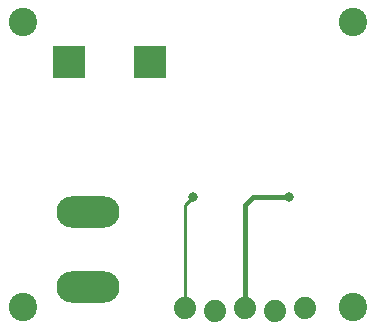
<source format=gbl>
%FSLAX23Y23*%
%MOIN*%
G04 EasyPC Gerber Version 15.0.4 Build 3016 *
%ADD14R,0.10500X0.10500*%
%ADD71C,0.01000*%
%ADD17C,0.01500*%
%ADD16C,0.03200*%
%ADD13C,0.07400*%
%ADD12C,0.09461*%
%ADD15O,0.21000X0.10500*%
X0Y0D02*
D02*
D12*
X101Y100D03*
Y1050D03*
X1201Y100D03*
Y1050D03*
D02*
D13*
X642Y96D03*
X742Y86D03*
X842Y96D03*
X942Y86D03*
X1042Y96D03*
D02*
D14*
X255Y916D03*
X525D03*
D02*
D15*
X317Y166D03*
Y416D03*
D02*
D16*
X667Y466D03*
X988D03*
D02*
D17*
X842Y96D02*
Y441D01*
X867Y466*
X988*
D02*
D71*
X642Y96D02*
Y441D01*
X667Y466*
X0Y0D02*
M02*

</source>
